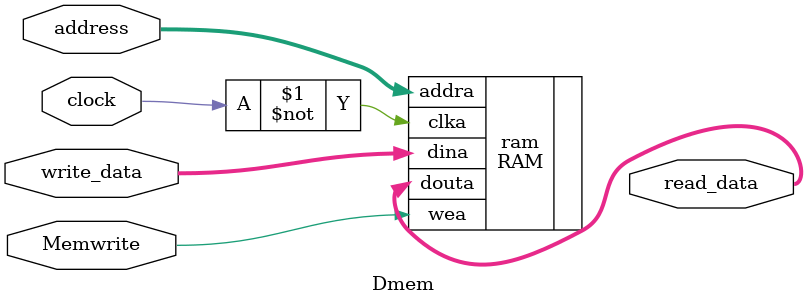
<source format=v>
`timescale 1ns / 1ps


module Dmem(
input clock,
input Memwrite,
input[31:0] address,
input[31:0] write_data,
output [31:0] read_data
    );
    RAM ram (.clka(~clock), .wea(Memwrite), .addra(address), .dina(write_data), .douta(read_data));


endmodule

</source>
